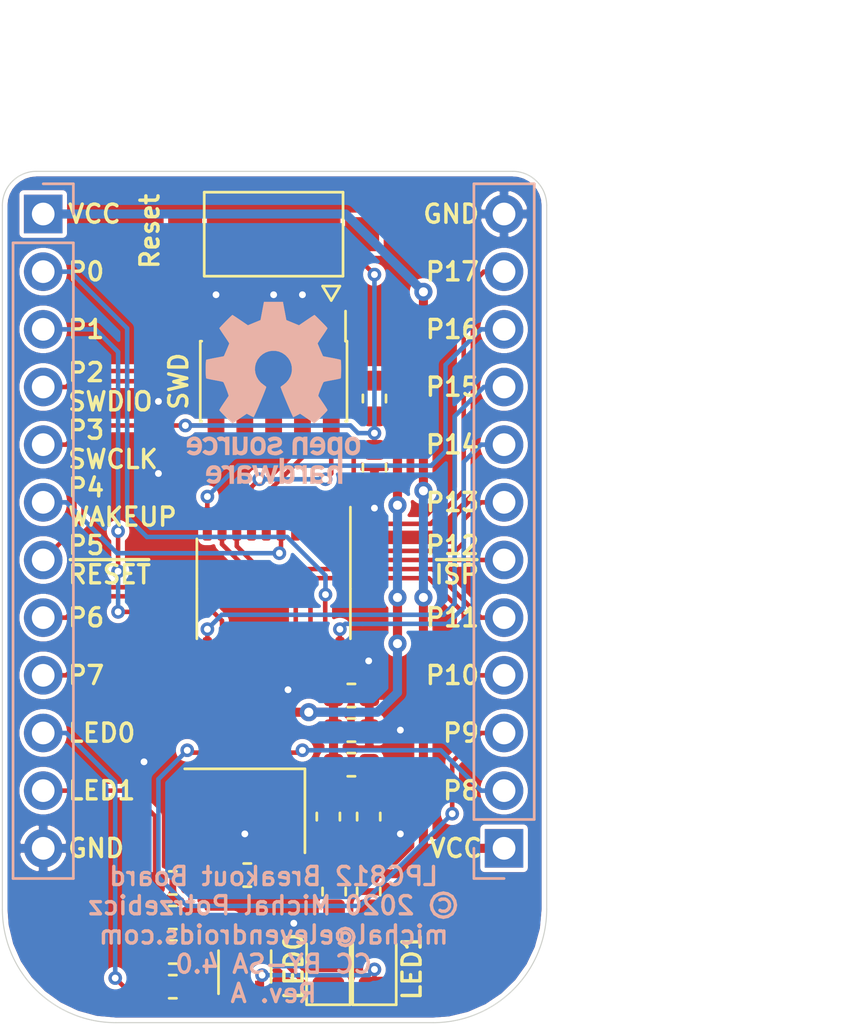
<source format=kicad_pcb>
(kicad_pcb (version 20171130) (host pcbnew 5.1.7)
  (title_block (title "LPC812 Breakout Board") (date 2020-09-15) (rev A) (comment 1 "Universal breakout board for LPC812 MCUs") (comment 3 "Michal Potrzebicz <michal@elevendroids.com>") (comment 4 "License: CC BY-SA 4.0"))
  (layers (0 F.Cu signal) (31 B.Cu signal) (34 B.Paste user) (35 F.Paste user) (36 B.SilkS user) (37 F.SilkS user) (38 B.Mask user) (39 F.Mask user) (44 Edge.Cuts user))
  (net 0 "")
  (net 1 GND)
  (net 2 /XTALIN)
  (net 3 /XTALOUT)
  (net 4 VCC)
  (net 5 /~RESET)
  (net 6 "Net-(J1-Pad8)")
  (net 7 "Net-(J1-Pad7)")
  (net 8 "Net-(J1-Pad6)")
  (net 9 /P7)
  (net 10 /P6)
  (net 11 /P4)
  (net 12 /P3_SWCLK)
  (net 13 /P2_SWDIO)
  (net 14 /P1)
  (net 15 /P0)
  (net 16 /P17)
  (net 17 /P16)
  (net 18 /P15)
  (net 19 /P14)
  (net 20 /P13)
  (net 21 /P12)
  (net 22 /P11)
  (net 23 /P10)
  (net 24 /P9)
  (net 25 /P8)
  (net 26 /P8_XTALIN)
  (net 27 /P9_XTALOUT)
  (net 28 VDD)
  (net 29 "Net-(D1-Pad2)")
  (net 30 "Net-(D1-Pad1)")
  (net 31 "Net-(D2-Pad2)")
  (net 32 "Net-(D2-Pad1)")
  (net 33 /LED1)
  (net 34 /LED0)
  (net 35 "Net-(Q1-Pad2)")
  (net 36 "Net-(Q1-Pad5)")
  (module Capacitor_SMD:C_0603_1608Metric (layer F.Cu) (at 141.351 107.823 270)
    (fp_text reference C6 hide)
    (fp_text value 1u hide)
    (pad 2 smd roundrect (at 0.7875 0 270) (size 0.875 0.95) (layers F.Cu F.Paste F.Mask) (net 1 GND))
    (pad 1 smd roundrect (at -0.7875 0 270) (size 0.875 0.95) (layers F.Cu F.Paste F.Mask) (net 4 VCC))
  )
  (module Crystal:Crystal_SMD_5032-4Pin_5.0x3.2mm (layer F.Cu) (at 135.89 107.569 180)
    (fp_text reference Y1 hide)
    (fp_text value 8MHz hide)
    (pad 4 smd rect (at -1.65 -1 180) (size 1.6 1.3) (layers F.Cu F.Paste F.Mask) (net 1 GND))
    (pad 3 smd rect (at 1.65 -1 180) (size 1.6 1.3) (layers F.Cu F.Paste F.Mask) (net 3 /XTALOUT))
    (pad 2 smd rect (at 1.65 1 180) (size 1.6 1.3) (layers F.Cu F.Paste F.Mask) (net 1 GND))
    (pad 1 smd rect (at -1.65 1 180) (size 1.6 1.3) (layers F.Cu F.Paste F.Mask) (net 2 /XTALIN))
  )
  (module Symbol:OSHW-Logo_7.5x8mm_SilkScreen (layer B.Cu) (at 137.16 89.154 180)
    (fp_text reference REF** hide)
    (fp_text value OSHW-Logo_7.5x8mm_SilkScreen hide)
  )
  (module Button_Switch_SMD:SW_SPST_CK_RS282G05A3 (layer F.Cu) (at 137.16 82.169)
    (fp_text reference SW1 hide)
    (fp_text value Reset hide)
    (pad 2 smd rect (at 3.9 0) (size 1.5 1.5) (layers F.Cu F.Paste F.Mask) (net 5 /~RESET))
    (pad 1 smd rect (at -3.9 0) (size 1.5 1.5) (layers F.Cu F.Paste F.Mask) (net 1 GND))
  )
  (module Resistor_SMD:R_0603_1608Metric (layer F.Cu) (at 141.605 89.408 270)
    (fp_text reference R11 hide)
    (fp_text value 100k hide)
    (pad 2 smd roundrect (at 0.7875 0 270) (size 0.875 0.95) (layers F.Cu F.Paste F.Mask) (net 5 /~RESET))
    (pad 1 smd roundrect (at -0.7875 0 270) (size 0.875 0.95) (layers F.Cu F.Paste F.Mask) (net 28 VDD))
  )
  (module Capacitor_SMD:C_0603_1608Metric (layer F.Cu) (at 141.605 92.456 270)
    (fp_text reference C5 hide)
    (fp_text value 100n hide)
    (pad 2 smd roundrect (at 0.7875 0 270) (size 0.875 0.95) (layers F.Cu F.Paste F.Mask) (net 1 GND))
    (pad 1 smd roundrect (at -0.7875 0 270) (size 0.875 0.95) (layers F.Cu F.Paste F.Mask) (net 5 /~RESET))
  )
  (module Resistor_SMD:R_0402_1005Metric (layer F.Cu) (at 135.382 104.521 90)
    (fp_text reference R4 hide)
    (fp_text value 0R hide)
    (pad 2 smd roundrect (at 0.485 0 90) (size 0.59 0.64) (layers F.Cu F.Paste F.Mask) (net 27 /P9_XTALOUT))
    (pad 1 smd roundrect (at -0.485 0 90) (size 0.59 0.64) (layers F.Cu F.Paste F.Mask) (net 3 /XTALOUT))
  )
  (module Resistor_SMD:R_0402_1005Metric (layer F.Cu) (at 134.366 104.521 90)
    (fp_text reference R3 hide)
    (fp_text value 0R hide)
    (pad 2 smd roundrect (at 0.485 0 90) (size 0.59 0.64) (layers F.Cu F.Paste F.Mask) (net 27 /P9_XTALOUT))
    (pad 1 smd roundrect (at -0.485 0 90) (size 0.59 0.64) (layers F.Cu F.Paste F.Mask) (net 24 /P9))
  )
  (module Resistor_SMD:R_0402_1005Metric (layer F.Cu) (at 136.398 104.521 90)
    (fp_text reference R2 hide)
    (fp_text value 0R hide)
    (pad 2 smd roundrect (at 0.485 0 90) (size 0.59 0.64) (layers F.Cu F.Paste F.Mask) (net 26 /P8_XTALIN))
    (pad 1 smd roundrect (at -0.485 0 90) (size 0.59 0.64) (layers F.Cu F.Paste F.Mask) (net 2 /XTALIN))
  )
  (module Resistor_SMD:R_0402_1005Metric (layer F.Cu) (at 137.414 104.521 90)
    (fp_text reference R1 hide)
    (fp_text value 0R hide)
    (pad 2 smd roundrect (at 0.485 0 90) (size 0.59 0.64) (layers F.Cu F.Paste F.Mask) (net 26 /P8_XTALIN))
    (pad 1 smd roundrect (at -0.485 0 90) (size 0.59 0.64) (layers F.Cu F.Paste F.Mask) (net 25 /P8))
  )
  (module Resistor_SMD:R_0603_1608Metric (layer F.Cu) (at 141.351 111.125 270)
    (fp_text reference R10 hide)
    (fp_text value 330R hide)
    (pad 2 smd roundrect (at 0.7875 0 270) (size 0.875 0.95) (layers F.Cu F.Paste F.Mask) (net 31 "Net-(D2-Pad2)"))
    (pad 1 smd roundrect (at -0.7875 0 270) (size 0.875 0.95) (layers F.Cu F.Paste F.Mask) (net 4 VCC))
  )
  (module Resistor_SMD:R_0603_1608Metric (layer F.Cu) (at 132.715 112.268 180)
    (fp_text reference R9 hide)
    (fp_text value 100k hide)
    (pad 2 smd roundrect (at 0.7875 0 180) (size 0.875 0.95) (layers F.Cu F.Paste F.Mask) (net 1 GND))
    (pad 1 smd roundrect (at -0.7875 0 180) (size 0.875 0.95) (layers F.Cu F.Paste F.Mask) (net 36 "Net-(Q1-Pad5)"))
  )
  (module Resistor_SMD:R_0603_1608Metric (layer F.Cu) (at 132.715 110.744 180)
    (fp_text reference R8 hide)
    (fp_text value 47k hide)
    (pad 2 smd roundrect (at 0.7875 0 180) (size 0.875 0.95) (layers F.Cu F.Paste F.Mask) (net 33 /LED1))
    (pad 1 smd roundrect (at -0.7875 0 180) (size 0.875 0.95) (layers F.Cu F.Paste F.Mask) (net 36 "Net-(Q1-Pad5)"))
  )
  (module Resistor_SMD:R_0603_1608Metric (layer F.Cu) (at 139.827 111.125 270)
    (fp_text reference R7 hide)
    (fp_text value 330R hide)
    (pad 2 smd roundrect (at 0.7875 0 270) (size 0.875 0.95) (layers F.Cu F.Paste F.Mask) (net 29 "Net-(D1-Pad2)"))
    (pad 1 smd roundrect (at -0.7875 0 270) (size 0.875 0.95) (layers F.Cu F.Paste F.Mask) (net 4 VCC))
  )
  (module Resistor_SMD:R_0603_1608Metric (layer F.Cu) (at 132.715 113.792 180)
    (fp_text reference R6 hide)
    (fp_text value 100k hide)
    (pad 2 smd roundrect (at 0.7875 0 180) (size 0.875 0.95) (layers F.Cu F.Paste F.Mask) (net 1 GND))
    (pad 1 smd roundrect (at -0.7875 0 180) (size 0.875 0.95) (layers F.Cu F.Paste F.Mask) (net 35 "Net-(Q1-Pad2)"))
  )
  (module Resistor_SMD:R_0603_1608Metric (layer F.Cu) (at 132.715 115.316 180)
    (fp_text reference R5 hide)
    (fp_text value 47k hide)
    (pad 2 smd roundrect (at 0.7875 0 180) (size 0.875 0.95) (layers F.Cu F.Paste F.Mask) (net 34 /LED0))
    (pad 1 smd roundrect (at -0.7875 0 180) (size 0.875 0.95) (layers F.Cu F.Paste F.Mask) (net 35 "Net-(Q1-Pad2)"))
  )
  (module Package_TO_SOT_SMD:SOT-363_SC-70-6 (layer F.Cu) (at 135.89 114.427 90)
    (fp_text reference Q1 hide)
    (fp_text value BC847BDW1 hide)
    (pad 6 smd rect (at 0.95 -0.65 90) (size 0.65 0.4) (layers F.Cu F.Paste F.Mask) (net 30 "Net-(D1-Pad1)"))
    (pad 4 smd rect (at 0.95 0.65 90) (size 0.65 0.4) (layers F.Cu F.Paste F.Mask) (net 1 GND))
    (pad 2 smd rect (at -0.95 0 90) (size 0.65 0.4) (layers F.Cu F.Paste F.Mask) (net 35 "Net-(Q1-Pad2)"))
    (pad 5 smd rect (at 0.95 0 90) (size 0.65 0.4) (layers F.Cu F.Paste F.Mask) (net 36 "Net-(Q1-Pad5)"))
    (pad 3 smd rect (at -0.95 0.65 90) (size 0.65 0.4) (layers F.Cu F.Paste F.Mask) (net 32 "Net-(D2-Pad1)"))
    (pad 1 smd rect (at -0.95 -0.65 90) (size 0.65 0.4) (layers F.Cu F.Paste F.Mask) (net 1 GND))
  )
  (module LED_SMD:LED_0805_2012Metric (layer F.Cu) (at 141.605 114.427 90)
    (fp_text reference D2 hide)
    (fp_text value LED1 (at 0 1.65 90) (layer F.SilkS) (effects (font (size 0.8 0.8))))
    (pad 2 smd roundrect (at 0.9375 0 90) (size 0.975 1.4) (layers F.Cu F.Paste F.Mask) (net 31 "Net-(D2-Pad2)"))
    (pad 1 smd roundrect (at -0.9375 0 90) (size 0.975 1.4) (layers F.Cu F.Paste F.Mask) (net 32 "Net-(D2-Pad1)"))
  )
  (module LED_SMD:LED_0805_2012Metric (layer F.Cu) (at 139.573 114.427 90)
    (fp_text reference D1 hide)
    (fp_text value LED0 (at 0 -1.524 90) (layer F.SilkS) (effects (font (size 0.8 0.8))))
    (pad 2 smd roundrect (at 0.9375 0 90) (size 0.975 1.4) (layers F.Cu F.Paste F.Mask) (net 29 "Net-(D1-Pad2)"))
    (pad 1 smd roundrect (at -0.9375 0 90) (size 0.975 1.4) (layers F.Cu F.Paste F.Mask) (net 30 "Net-(D1-Pad1)"))
  )
  (module Package_SO:TSSOP-20_4.4x6.5mm_P0.65mm (layer F.Cu) (at 137.16 97.79 270)
    (fp_text reference U1 hide)
    (fp_text value LPC812M101JDH20 hide)
    (pad 20 smd roundrect (at 2.8625 -2.925 270) (size 1.475 0.4) (layers F.Cu F.Paste F.Mask) (net 19 /P14))
    (pad 19 smd roundrect (at 2.8625 -2.275 270) (size 1.475 0.4) (layers F.Cu F.Paste F.Mask) (net 15 /P0))
    (pad 18 smd roundrect (at 2.8625 -1.625 270) (size 1.475 0.4) (layers F.Cu F.Paste F.Mask) (net 10 /P6))
    (pad 17 smd roundrect (at 2.8625 -0.975 270) (size 1.475 0.4) (layers F.Cu F.Paste F.Mask) (net 9 /P7))
    (pad 16 smd roundrect (at 2.8625 -0.325 270) (size 1.475 0.4) (layers F.Cu F.Paste F.Mask) (net 1 GND))
    (pad 15 smd roundrect (at 2.8625 0.325 270) (size 1.475 0.4) (layers F.Cu F.Paste F.Mask) (net 28 VDD))
    (pad 14 smd roundrect (at 2.8625 0.975 270) (size 1.475 0.4) (layers F.Cu F.Paste F.Mask) (net 26 /P8_XTALIN))
    (pad 13 smd roundrect (at 2.8625 1.625 270) (size 1.475 0.4) (layers F.Cu F.Paste F.Mask) (net 27 /P9_XTALOUT))
    (pad 12 smd roundrect (at 2.8625 2.275 270) (size 1.475 0.4) (layers F.Cu F.Paste F.Mask) (net 14 /P1))
    (pad 11 smd roundrect (at 2.8625 2.925 270) (size 1.475 0.4) (layers F.Cu F.Paste F.Mask) (net 18 /P15))
    (pad 10 smd roundrect (at -2.8625 2.925 270) (size 1.475 0.4) (layers F.Cu F.Paste F.Mask) (net 17 /P16))
    (pad 9 smd roundrect (at -2.8625 2.275 270) (size 1.475 0.4) (layers F.Cu F.Paste F.Mask) (net 23 /P10))
    (pad 8 smd roundrect (at -2.8625 1.625 270) (size 1.475 0.4) (layers F.Cu F.Paste F.Mask) (net 22 /P11))
    (pad 7 smd roundrect (at -2.8625 0.975 270) (size 1.475 0.4) (layers F.Cu F.Paste F.Mask) (net 13 /P2_SWDIO))
    (pad 6 smd roundrect (at -2.8625 0.325 270) (size 1.475 0.4) (layers F.Cu F.Paste F.Mask) (net 12 /P3_SWCLK))
    (pad 5 smd roundrect (at -2.8625 -0.325 270) (size 1.475 0.4) (layers F.Cu F.Paste F.Mask) (net 11 /P4))
    (pad 4 smd roundrect (at -2.8625 -0.975 270) (size 1.475 0.4) (layers F.Cu F.Paste F.Mask) (net 5 /~RESET))
    (pad 3 smd roundrect (at -2.8625 -1.625 270) (size 1.475 0.4) (layers F.Cu F.Paste F.Mask) (net 21 /P12))
    (pad 2 smd roundrect (at -2.8625 -2.275 270) (size 1.475 0.4) (layers F.Cu F.Paste F.Mask) (net 20 /P13))
    (pad 1 smd roundrect (at -2.8625 -2.925 270) (size 1.475 0.4) (layers F.Cu F.Paste F.Mask) (net 16 /P17))
  )
  (module Connector_PinHeader_2.54mm:PinHeader_1x12_P2.54mm_Vertical (layer B.Cu) (at 147.32 109.22)
    (fp_text reference J3 hide)
    (fp_text value Right hide)
    (pad 12 thru_hole oval (at 0 -27.94) (size 1.7 1.7) (drill 1) (layers *.Cu *.Mask) (net 1 GND))
    (pad 11 thru_hole oval (at 0 -25.4) (size 1.7 1.7) (drill 1) (layers *.Cu *.Mask) (net 16 /P17))
    (pad 10 thru_hole oval (at 0 -22.86) (size 1.7 1.7) (drill 1) (layers *.Cu *.Mask) (net 17 /P16))
    (pad 9 thru_hole oval (at 0 -20.32) (size 1.7 1.7) (drill 1) (layers *.Cu *.Mask) (net 18 /P15))
    (pad 8 thru_hole oval (at 0 -17.78) (size 1.7 1.7) (drill 1) (layers *.Cu *.Mask) (net 19 /P14))
    (pad 7 thru_hole oval (at 0 -15.24) (size 1.7 1.7) (drill 1) (layers *.Cu *.Mask) (net 20 /P13))
    (pad 6 thru_hole oval (at 0 -12.7) (size 1.7 1.7) (drill 1) (layers *.Cu *.Mask) (net 21 /P12))
    (pad 5 thru_hole oval (at 0 -10.16) (size 1.7 1.7) (drill 1) (layers *.Cu *.Mask) (net 22 /P11))
    (pad 4 thru_hole oval (at 0 -7.62) (size 1.7 1.7) (drill 1) (layers *.Cu *.Mask) (net 23 /P10))
    (pad 3 thru_hole oval (at 0 -5.08) (size 1.7 1.7) (drill 1) (layers *.Cu *.Mask) (net 24 /P9))
    (pad 2 thru_hole oval (at 0 -2.54) (size 1.7 1.7) (drill 1) (layers *.Cu *.Mask) (net 25 /P8))
    (pad 1 thru_hole rect (at 0 0) (size 1.7 1.7) (drill 1) (layers *.Cu *.Mask) (net 4 VCC))
  )
  (module Connector_PinHeader_2.54mm:PinHeader_1x12_P2.54mm_Vertical (layer B.Cu) (at 127 81.28 180)
    (fp_text reference J2 hide)
    (fp_text value Left hide)
    (pad 12 thru_hole oval (at 0 -27.94 180) (size 1.7 1.7) (drill 1) (layers *.Cu *.Mask) (net 1 GND))
    (pad 11 thru_hole oval (at 0 -25.4 180) (size 1.7 1.7) (drill 1) (layers *.Cu *.Mask) (net 33 /LED1))
    (pad 10 thru_hole oval (at 0 -22.86 180) (size 1.7 1.7) (drill 1) (layers *.Cu *.Mask) (net 34 /LED0))
    (pad 9 thru_hole oval (at 0 -20.32 180) (size 1.7 1.7) (drill 1) (layers *.Cu *.Mask) (net 9 /P7))
    (pad 8 thru_hole oval (at 0 -17.78 180) (size 1.7 1.7) (drill 1) (layers *.Cu *.Mask) (net 10 /P6))
    (pad 7 thru_hole oval (at 0 -15.24 180) (size 1.7 1.7) (drill 1) (layers *.Cu *.Mask) (net 5 /~RESET))
    (pad 6 thru_hole oval (at 0 -12.7 180) (size 1.7 1.7) (drill 1) (layers *.Cu *.Mask) (net 11 /P4))
    (pad 5 thru_hole oval (at 0 -10.16 180) (size 1.7 1.7) (drill 1) (layers *.Cu *.Mask) (net 12 /P3_SWCLK))
    (pad 4 thru_hole oval (at 0 -7.62 180) (size 1.7 1.7) (drill 1) (layers *.Cu *.Mask) (net 13 /P2_SWDIO))
    (pad 3 thru_hole oval (at 0 -5.08 180) (size 1.7 1.7) (drill 1) (layers *.Cu *.Mask) (net 14 /P1))
    (pad 2 thru_hole oval (at 0 -2.54 180) (size 1.7 1.7) (drill 1) (layers *.Cu *.Mask) (net 15 /P0))
    (pad 1 thru_hole rect (at 0 0 180) (size 1.7 1.7) (drill 1) (layers *.Cu *.Mask) (net 4 VCC))
  )
  (module Connector_PinHeader_1.27mm:PinHeader_2x05_P1.27mm_Vertical_SMD (layer F.Cu) (at 137.16 88.646 270)
    (fp_text reference J1 hide)
    (fp_text value SWD hide)
    (pad 10 smd rect (at 1.95 2.54 270) (size 2.4 0.74) (layers F.Cu F.Paste F.Mask) (net 5 /~RESET))
    (pad 9 smd rect (at -1.95 2.54 270) (size 2.4 0.74) (layers F.Cu F.Paste F.Mask) (net 1 GND))
    (pad 8 smd rect (at 1.95 1.27 270) (size 2.4 0.74) (layers F.Cu F.Paste F.Mask) (net 6 "Net-(J1-Pad8)"))
    (pad 7 smd rect (at -1.95 1.27 270) (size 2.4 0.74) (layers F.Cu F.Paste F.Mask) (net 7 "Net-(J1-Pad7)"))
    (pad 6 smd rect (at 1.95 0 270) (size 2.4 0.74) (layers F.Cu F.Paste F.Mask) (net 8 "Net-(J1-Pad6)"))
    (pad 5 smd rect (at -1.95 0 270) (size 2.4 0.74) (layers F.Cu F.Paste F.Mask) (net 1 GND))
    (pad 4 smd rect (at 1.95 -1.27 270) (size 2.4 0.74) (layers F.Cu F.Paste F.Mask) (net 12 /P3_SWCLK))
    (pad 3 smd rect (at -1.95 -1.27 270) (size 2.4 0.74) (layers F.Cu F.Paste F.Mask) (net 1 GND))
    (pad 2 smd rect (at 1.95 -2.54 270) (size 2.4 0.74) (layers F.Cu F.Paste F.Mask) (net 13 /P2_SWDIO))
    (pad 1 smd rect (at -1.95 -2.54 270) (size 2.4 0.74) (layers F.Cu F.Paste F.Mask) (net 28 VDD))
  )
  (module Inductor_SMD:L_0603_1608Metric (layer F.Cu) (at 140.589 105.537)
    (fp_text reference FB1 hide)
    (fp_text value 220R/100MHz hide)
    (pad 2 smd roundrect (at 0.7875 0) (size 0.875 0.95) (layers F.Cu F.Paste F.Mask) (net 4 VCC))
    (pad 1 smd roundrect (at -0.7875 0) (size 0.875 0.95) (layers F.Cu F.Paste F.Mask) (net 28 VDD))
  )
  (module Capacitor_SMD:C_0603_1608Metric (layer F.Cu) (at 140.589 102.489)
    (fp_text reference C4 hide)
    (fp_text value 10n hide)
    (pad 2 smd roundrect (at 0.7875 0) (size 0.875 0.95) (layers F.Cu F.Paste F.Mask) (net 1 GND))
    (pad 1 smd roundrect (at -0.7875 0) (size 0.875 0.95) (layers F.Cu F.Paste F.Mask) (net 28 VDD))
  )
  (module Capacitor_SMD:C_0603_1608Metric (layer F.Cu) (at 140.589 104.013)
    (fp_text reference C3 hide)
    (fp_text value 100n hide)
    (pad 2 smd roundrect (at 0.7875 0) (size 0.875 0.95) (layers F.Cu F.Paste F.Mask) (net 1 GND))
    (pad 1 smd roundrect (at -0.7875 0) (size 0.875 0.95) (layers F.Cu F.Paste F.Mask) (net 28 VDD))
  )
  (module Capacitor_SMD:C_0603_1608Metric (layer F.Cu) (at 136 110.4)
    (fp_text reference C2 hide)
    (fp_text value 18p hide)
    (pad 2 smd roundrect (at 0.7875 0) (size 0.875 0.95) (layers F.Cu F.Paste F.Mask) (net 1 GND))
    (pad 1 smd roundrect (at -0.7875 0) (size 0.875 0.95) (layers F.Cu F.Paste F.Mask) (net 3 /XTALOUT))
  )
  (module Capacitor_SMD:C_0603_1608Metric (layer F.Cu) (at 139.573 107.823 270)
    (fp_text reference C1 hide)
    (fp_text value 18p hide)
    (pad 2 smd roundrect (at 0.7875 0 270) (size 0.875 0.95) (layers F.Cu F.Paste F.Mask) (net 1 GND))
    (pad 1 smd roundrect (at -0.7875 0 270) (size 0.875 0.95) (layers F.Cu F.Paste F.Mask) (net 2 /XTALIN))
  )
  (gr_text "LPC812 Breakout Board\n© 2020 Michal Potrzebicz\nmichal@elevendroids.com\nCC BY-SA 4.0\nRev. A" (at 137.16 113.03) (layer B.SilkS) (effects (font (size 0.8 0.8)) (justify mirror)))
  (gr_arc (start 147.7 80.9) (end 149.2 80.9) (angle -90) (layer Edge.Cuts) (width 0.05))
  (gr_arc (start 126.7 80.9) (end 126.7 79.4) (angle -90) (layer Edge.Cuts) (width 0.05))
  (gr_arc (start 144.2 111.9) (end 144.2 116.9) (angle -90) (layer Edge.Cuts) (width 0.05))
  (gr_arc (start 130.2 111.9) (end 125.2 111.9) (angle -90) (layer Edge.Cuts) (width 0.05))
  (gr_text P17 (at 146.304 83.82) (layer F.SilkS) (effects (font (size 0.8 0.8)) (justify right)))
  (gr_text P16 (at 146.304 86.36) (layer F.SilkS) (effects (font (size 0.8 0.8)) (justify right)))
  (gr_text P15 (at 146.304 88.9) (layer F.SilkS) (effects (font (size 0.8 0.8)) (justify right)))
  (gr_text P14 (at 146.304 91.44) (layer F.SilkS) (effects (font (size 0.8 0.8)) (justify right)))
  (gr_text P13 (at 146.304 93.98) (layer F.SilkS) (effects (font (size 0.8 0.8)) (justify right)))
  (gr_text "P12\n~ISP" (at 146.304 96.52) (layer F.SilkS) (effects (font (size 0.8 0.8)) (justify right)))
  (gr_text P11 (at 146.304 99.06) (layer F.SilkS) (effects (font (size 0.8 0.8)) (justify right)))
  (gr_text P10 (at 146.304 101.6) (layer F.SilkS) (effects (font (size 0.8 0.8)) (justify right)))
  (gr_text P9 (at 146.304 104.14) (layer F.SilkS) (effects (font (size 0.8 0.8)) (justify right)))
  (gr_text P8 (at 146.304 106.68) (layer F.SilkS) (effects (font (size 0.8 0.8)) (justify right)))
  (gr_text P7 (at 128.016 101.6) (layer F.SilkS) (effects (font (size 0.8 0.8)) (justify left)))
  (gr_text P6 (at 128.016 99.06) (layer F.SilkS) (effects (font (size 0.8 0.8)) (justify left)))
  (gr_text "P5\n~RESET" (at 128.016 96.52) (layer F.SilkS) (effects (font (size 0.8 0.8)) (justify left)))
  (gr_text "P4\nWAKEUP" (at 128.016 93.98) (layer F.SilkS) (effects (font (size 0.8 0.8)) (justify left)))
  (gr_text "P3\nSWCLK" (at 128.016 91.44) (layer F.SilkS) (effects (font (size 0.8 0.8)) (justify left)))
  (gr_text "P2\nSWDIO" (at 128.016 88.9) (layer F.SilkS) (effects (font (size 0.8 0.8)) (justify left)))
  (gr_text P1 (at 128.016 86.36) (layer F.SilkS) (effects (font (size 0.8 0.8)) (justify left)))
  (gr_text P0 (at 128.016 83.82) (layer F.SilkS) (effects (font (size 0.8 0.8)) (justify left)))
  (gr_text SWD (at 132.969 88.646 90) (layer F.SilkS) (effects (font (size 0.8 0.8))))
  (gr_line (start 139.319 84.455) (end 140.081 84.455) (layer F.SilkS) (width 0.12))
  (gr_line (start 139.7 85.09) (end 140.081 84.455) (layer F.SilkS) (width 0.12))
  (gr_line (start 139.319 84.455) (end 139.7 85.09) (layer F.SilkS) (width 0.12))
  (gr_text GND (at 146.304 81.28) (layer F.SilkS) (effects (font (size 0.8 0.8)) (justify right)))
  (gr_text VCC (at 128.016 81.28) (layer F.SilkS) (effects (font (size 0.8 0.8)) (justify left)))
  (gr_text Reset (at 131.699 82.042 90) (layer F.SilkS) (effects (font (size 0.8 0.8))))
  (gr_line (start 125.2 111.9) (end 125.2 80.9) (layer Edge.Cuts) (width 0.05))
  (gr_line (start 144.2 116.9) (end 130.2 116.9) (layer Edge.Cuts) (width 0.05))
  (gr_line (start 149.2 80.9) (end 149.2 111.9) (layer Edge.Cuts) (width 0.05))
  (gr_line (start 126.7 79.4) (end 147.7 79.4) (layer Edge.Cuts) (width 0.05))
  (gr_text LED0 (at 128.016 104.14) (layer F.SilkS) (effects (font (size 0.8 0.8)) (justify left)))
  (gr_text LED1 (at 128.016 106.68) (layer F.SilkS) (effects (font (size 0.8 0.8)) (justify left)))
  (gr_text GND (at 128.016 109.22) (layer F.SilkS) (effects (font (size 0.8 0.8)) (justify left)))
  (gr_text VCC (at 146.431 109.22) (layer F.SilkS) (effects (font (size 0.8 0.8)) (justify right)))
  (segment (start 137.485 101.925) (end 137.795 102.235) (width 0.4) (layer F.Cu) (net 1))
  (via (at 137.795 102.235) (size 0.6) (drill 0.3) (layers F.Cu B.Cu) (net 1))
  (segment (start 137.485 100.6525) (end 137.485 101.925) (width 0.4) (layer F.Cu) (net 1))
  (via (at 142.748 104.013) (size 0.6) (drill 0.3) (layers F.Cu B.Cu) (net 1))
  (via (at 141.351 100.965) (size 0.6) (drill 0.3) (layers F.Cu B.Cu) (net 1))
  (via (at 131.445 105.41) (size 0.6) (drill 0.3) (layers F.Cu B.Cu) (net 1))
  (via (at 137.16 84.836) (size 0.6) (drill 0.3) (layers F.Cu B.Cu) (net 1))
  (via (at 138.43 84.836) (size 0.6) (drill 0.3) (layers F.Cu B.Cu) (net 1))
  (via (at 134.62 84.836) (size 0.6) (drill 0.3) (layers F.Cu B.Cu) (net 1))
  (via (at 135.89 108.585) (size 0.6) (drill 0.3) (layers F.Cu B.Cu) (net 1))
  (via (at 142.748 108.585) (size 0.6) (drill 0.3) (layers F.Cu B.Cu) (net 1))
  (via (at 138.049 112.522) (size 0.6) (drill 0.3) (layers F.Cu B.Cu) (net 1))
  (via (at 132.08 89.535) (size 0.6) (drill 0.3) (layers F.Cu B.Cu) (net 1))
  (via (at 132.08 92.71) (size 0.6) (drill 0.3) (layers F.Cu B.Cu) (net 1))
  (via (at 141.605 94.234) (size 0.6) (drill 0.3) (layers F.Cu B.Cu) (net 1))
  (segment (start 136.398 105.006) (end 136.398 106.299) (width 0.2) (layer F.Cu) (net 2))
  (segment (start 136.668 106.569) (end 137.54 106.569) (width 0.2) (layer F.Cu) (net 2))
  (segment (start 136.398 106.299) (end 136.668 106.569) (width 0.2) (layer F.Cu) (net 2))
  (segment (start 138.0065 107.0355) (end 137.54 106.569) (width 0.2) (layer F.Cu) (net 2))
  (segment (start 139.573 107.0355) (end 138.0065 107.0355) (width 0.2) (layer F.Cu) (net 2))
  (segment (start 135.382 107.427) (end 134.24 108.569) (width 0.2) (layer F.Cu) (net 3))
  (segment (start 135.382 105.006) (end 135.382 107.427) (width 0.2) (layer F.Cu) (net 3))
  (segment (start 135.2125 109.5415) (end 134.24 108.569) (width 0.2) (layer F.Cu) (net 3))
  (segment (start 135.2125 110.4) (end 135.2125 109.5415) (width 0.2) (layer F.Cu) (net 3))
  (via (at 143.764 98.171) (size 0.8) (drill 0.4) (layers F.Cu B.Cu) (net 4))
  (segment (start 143.764 98.171) (end 143.764 93.472) (width 0.4) (layer B.Cu) (net 4))
  (via (at 143.764 93.472) (size 0.8) (drill 0.4) (layers F.Cu B.Cu) (net 4))
  (segment (start 143.764 93.472) (end 143.764 84.709) (width 0.4) (layer F.Cu) (net 4))
  (segment (start 140.335 81.28) (end 127 81.28) (width 0.4) (layer B.Cu) (net 4))
  (segment (start 143.764 84.709) (end 140.335 81.28) (width 0.4) (layer B.Cu) (net 4))
  (via (at 143.764 84.709) (size 0.8) (drill 0.4) (layers F.Cu B.Cu) (net 4))
  (segment (start 143.764 101.854) (end 143.764 105.537) (width 0.4) (layer F.Cu) (net 4))
  (segment (start 143.764 98.171) (end 143.764 101.854) (width 0.4) (layer F.Cu) (net 4))
  (segment (start 143.764 109.347) (end 142.7735 110.3375) (width 0.4) (layer F.Cu) (net 4))
  (segment (start 143.891 109.22) (end 143.764 109.093) (width 0.4) (layer F.Cu) (net 4))
  (segment (start 147.32 109.22) (end 143.891 109.22) (width 0.4) (layer F.Cu) (net 4))
  (segment (start 143.764 109.093) (end 143.764 109.347) (width 0.4) (layer F.Cu) (net 4))
  (segment (start 141.351 105.5625) (end 141.3765 105.537) (width 0.4) (layer F.Cu) (net 4))
  (segment (start 141.351 107.0355) (end 141.351 105.5625) (width 0.4) (layer F.Cu) (net 4))
  (segment (start 143.7385 107.0355) (end 143.764 107.061) (width 0.4) (layer F.Cu) (net 4))
  (segment (start 141.351 107.0355) (end 143.7385 107.0355) (width 0.4) (layer F.Cu) (net 4))
  (segment (start 143.764 107.061) (end 143.764 109.093) (width 0.4) (layer F.Cu) (net 4))
  (segment (start 143.764 105.537) (end 143.764 107.061) (width 0.4) (layer F.Cu) (net 4))
  (segment (start 142.7735 110.3375) (end 141.351 110.3375) (width 0.4) (layer F.Cu) (net 4))
  (segment (start 139.827 110.3375) (end 141.351 110.3375) (width 0.4) (layer F.Cu) (net 4))
  (segment (start 140.6905 93.2435) (end 140.335 93.599) (width 0.2) (layer F.Cu) (net 5))
  (segment (start 128.778 94.742) (end 128.778 91.694) (width 0.2) (layer F.Cu) (net 5))
  (segment (start 127 96.52) (end 128.778 94.742) (width 0.2) (layer F.Cu) (net 5))
  (segment (start 129.876 90.596) (end 128.778 91.694) (width 0.2) (layer F.Cu) (net 5))
  (via (at 133.268 90.596) (size 0.6) (drill 0.3) (layers F.Cu B.Cu) (net 5))
  (segment (start 133.268 90.596) (end 129.876 90.596) (width 0.2) (layer F.Cu) (net 5))
  (segment (start 134.62 90.596) (end 133.268 90.596) (width 0.2) (layer F.Cu) (net 5))
  (segment (start 140.6905 93.2435) (end 140.6905 91.9735) (width 0.2) (layer F.Cu) (net 5))
  (segment (start 140.9955 91.6685) (end 141.605 91.6685) (width 0.2) (layer F.Cu) (net 5))
  (segment (start 140.6905 91.9735) (end 140.9955 91.6685) (width 0.2) (layer F.Cu) (net 5))
  (via (at 141.605 90.932) (size 0.6) (drill 0.3) (layers F.Cu B.Cu) (net 5))
  (segment (start 141.605 90.932) (end 141.605 91.6685) (width 0.2) (layer F.Cu) (net 5))
  (segment (start 141.605 90.1955) (end 141.605 90.932) (width 0.2) (layer F.Cu) (net 5))
  (segment (start 140.335 93.599) (end 138.43 93.599) (width 0.2) (layer F.Cu) (net 5))
  (segment (start 138.135 93.894) (end 138.135 94.9275) (width 0.2) (layer F.Cu) (net 5))
  (segment (start 138.43 93.599) (end 138.135 93.894) (width 0.2) (layer F.Cu) (net 5))
  (segment (start 133.268 90.596) (end 140.544 90.596) (width 0.2) (layer B.Cu) (net 5))
  (via (at 141.605 83.947) (size 0.6) (drill 0.3) (layers F.Cu B.Cu) (net 5))
  (segment (start 141.605 90.932) (end 141.605 83.947) (width 0.2) (layer B.Cu) (net 5))
  (segment (start 141.06 83.402) (end 141.605 83.947) (width 0.2) (layer F.Cu) (net 5))
  (segment (start 141.06 82.169) (end 141.06 83.402) (width 0.2) (layer F.Cu) (net 5))
  (segment (start 140.88 90.932) (end 140.544 90.596) (width 0.2) (layer B.Cu) (net 5))
  (segment (start 141.605 90.932) (end 140.88 90.932) (width 0.2) (layer B.Cu) (net 5))
  (segment (start 138.135 100.6525) (end 138.135 98.46004) (width 0.2) (layer F.Cu) (net 9))
  (segment (start 138.135 98.46004) (end 137.795 98.12004) (width 0.2) (layer F.Cu) (net 9))
  (segment (start 137.795 98.12004) (end 129.521658 98.12004) (width 0.2) (layer F.Cu) (net 9))
  (segment (start 129.521658 98.12004) (end 128.778 98.863698) (width 0.2) (layer F.Cu) (net 9))
  (segment (start 128.778 98.863698) (end 128.778 100.838) (width 0.2) (layer F.Cu) (net 9))
  (segment (start 128.016 101.6) (end 127 101.6) (width 0.2) (layer F.Cu) (net 9))
  (segment (start 128.778 100.838) (end 128.016 101.6) (width 0.2) (layer F.Cu) (net 9))
  (segment (start 138.785 100.6525) (end 138.785 98.32903) (width 0.2) (layer F.Cu) (net 10))
  (segment (start 138.785 98.32903) (end 138.176 97.72003) (width 0.2) (layer F.Cu) (net 10))
  (segment (start 138.176 97.72003) (end 129.35597 97.72003) (width 0.2) (layer F.Cu) (net 10))
  (segment (start 128.016 99.06) (end 127 99.06) (width 0.2) (layer F.Cu) (net 10))
  (segment (start 129.35597 97.72003) (end 128.016 99.06) (width 0.2) (layer F.Cu) (net 10))
  (via (at 137.414 96.22001) (size 0.6) (drill 0.3) (layers F.Cu B.Cu) (net 11))
  (segment (start 137.485 96.14901) (end 137.414 96.22001) (width 0.2) (layer F.Cu) (net 11))
  (segment (start 137.485 94.9275) (end 137.485 96.14901) (width 0.2) (layer F.Cu) (net 11))
  (segment (start 137.414 96.22001) (end 130.25601 96.22001) (width 0.2) (layer B.Cu) (net 11))
  (segment (start 128.016 93.98) (end 127 93.98) (width 0.2) (layer B.Cu) (net 11))
  (segment (start 130.25601 96.22001) (end 128.016 93.98) (width 0.2) (layer B.Cu) (net 11))
  (segment (start 136.835 93.591) (end 136.835 94.9275) (width 0.2) (layer F.Cu) (net 12))
  (segment (start 138.43 91.996) (end 136.835 93.591) (width 0.2) (layer F.Cu) (net 12))
  (segment (start 138.43 90.596) (end 138.43 91.996) (width 0.2) (layer F.Cu) (net 12))
  (segment (start 128.27 91.186) (end 128.016 91.44) (width 0.2) (layer F.Cu) (net 12))
  (segment (start 128.27 89.281) (end 128.27 91.186) (width 0.2) (layer F.Cu) (net 12))
  (segment (start 137.922 88.646) (end 128.905 88.646) (width 0.2) (layer F.Cu) (net 12))
  (segment (start 128.016 91.44) (end 127 91.44) (width 0.2) (layer F.Cu) (net 12))
  (segment (start 128.905 88.646) (end 128.27 89.281) (width 0.2) (layer F.Cu) (net 12))
  (segment (start 138.43 89.154) (end 137.922 88.646) (width 0.2) (layer F.Cu) (net 12))
  (segment (start 138.43 90.596) (end 138.43 89.154) (width 0.2) (layer F.Cu) (net 12))
  (via (at 139.446 92.964) (size 0.6) (drill 0.3) (layers F.Cu B.Cu) (net 13))
  (segment (start 139.7 92.71) (end 139.446 92.964) (width 0.2) (layer F.Cu) (net 13))
  (segment (start 139.7 90.596) (end 139.7 92.71) (width 0.2) (layer F.Cu) (net 13))
  (via (at 136.525 92.964) (size 0.6) (drill 0.3) (layers F.Cu B.Cu) (net 13))
  (segment (start 139.446 92.964) (end 136.525 92.964) (width 0.2) (layer B.Cu) (net 13))
  (segment (start 136.185 93.304) (end 136.185 94.9275) (width 0.2) (layer F.Cu) (net 13))
  (segment (start 136.525 92.964) (end 136.185 93.304) (width 0.2) (layer F.Cu) (net 13))
  (segment (start 139.7 89.154) (end 139.7 90.596) (width 0.2) (layer F.Cu) (net 13))
  (segment (start 128.719999 88.196001) (end 138.742001 88.196001) (width 0.2) (layer F.Cu) (net 13))
  (segment (start 128.016 88.9) (end 128.719999 88.196001) (width 0.2) (layer F.Cu) (net 13))
  (segment (start 138.742001 88.196001) (end 139.7 89.154) (width 0.2) (layer F.Cu) (net 13))
  (segment (start 127 88.9) (end 128.016 88.9) (width 0.2) (layer F.Cu) (net 13))
  (segment (start 129.306002 86.36) (end 130.302 87.355998) (width 0.2) (layer B.Cu) (net 14))
  (segment (start 127 86.36) (end 129.306002 86.36) (width 0.2) (layer B.Cu) (net 14))
  (via (at 130.302 95.25) (size 0.6) (drill 0.3) (layers F.Cu B.Cu) (net 14))
  (segment (start 130.302 87.355998) (end 130.302 95.25) (width 0.2) (layer B.Cu) (net 14))
  (via (at 130.302 97.02003) (size 0.6) (drill 0.3) (layers F.Cu B.Cu) (net 14))
  (segment (start 130.302 95.25) (end 130.302 97.02003) (width 0.2) (layer F.Cu) (net 14))
  (via (at 130.302 98.806) (size 0.6) (drill 0.3) (layers F.Cu B.Cu) (net 14))
  (segment (start 130.302 98.806) (end 130.302 97.02003) (width 0.2) (layer B.Cu) (net 14))
  (segment (start 130.302 98.806) (end 134.493 98.806) (width 0.2) (layer F.Cu) (net 14))
  (segment (start 134.885 99.198) (end 134.885 100.6525) (width 0.2) (layer F.Cu) (net 14))
  (segment (start 134.493 98.806) (end 134.885 99.198) (width 0.2) (layer F.Cu) (net 14))
  (segment (start 130.70201 86.319929) (end 128.202081 83.82) (width 0.2) (layer B.Cu) (net 15))
  (segment (start 130.70201 94.63401) (end 130.70201 86.319929) (width 0.2) (layer B.Cu) (net 15))
  (segment (start 137.749665 95.504) (end 131.572 95.504) (width 0.2) (layer B.Cu) (net 15))
  (segment (start 128.202081 83.82) (end 127 83.82) (width 0.2) (layer B.Cu) (net 15))
  (segment (start 131.572 95.504) (end 130.70201 94.63401) (width 0.2) (layer B.Cu) (net 15))
  (via (at 139.446 98.044) (size 0.6) (drill 0.3) (layers F.Cu B.Cu) (net 15))
  (segment (start 139.435 98.055) (end 139.446 98.044) (width 0.2) (layer F.Cu) (net 15))
  (segment (start 139.435 100.6525) (end 139.435 98.055) (width 0.2) (layer F.Cu) (net 15))
  (segment (start 139.446 97.200335) (end 137.749665 95.504) (width 0.2) (layer B.Cu) (net 15))
  (segment (start 139.446 98.044) (end 139.446 97.200335) (width 0.2) (layer B.Cu) (net 15))
  (segment (start 140.085 94.9275) (end 144.0865 94.9275) (width 0.2) (layer F.Cu) (net 16))
  (segment (start 144.0865 94.9275) (end 145.542 93.472) (width 0.2) (layer F.Cu) (net 16))
  (segment (start 145.542 93.472) (end 145.542 84.709) (width 0.2) (layer F.Cu) (net 16))
  (segment (start 146.431 83.82) (end 147.32 83.82) (width 0.2) (layer F.Cu) (net 16))
  (segment (start 145.542 84.709) (end 146.431 83.82) (width 0.2) (layer F.Cu) (net 16))
  (segment (start 144.74198 87.92202) (end 146.304 86.36) (width 0.2) (layer B.Cu) (net 17))
  (segment (start 144.74198 91.73202) (end 144.74198 87.92202) (width 0.2) (layer B.Cu) (net 17))
  (segment (start 146.304 86.36) (end 147.32 86.36) (width 0.2) (layer B.Cu) (net 17))
  (segment (start 144.110001 92.363999) (end 144.74198 91.73202) (width 0.2) (layer B.Cu) (net 17))
  (via (at 134.239 93.726) (size 0.6) (drill 0.3) (layers F.Cu B.Cu) (net 17))
  (segment (start 134.235 93.73) (end 134.239 93.726) (width 0.2) (layer F.Cu) (net 17))
  (segment (start 134.235 94.9275) (end 134.235 93.73) (width 0.2) (layer F.Cu) (net 17))
  (segment (start 135.601001 92.363999) (end 144.110001 92.363999) (width 0.2) (layer B.Cu) (net 17))
  (segment (start 134.239 93.726) (end 135.601001 92.363999) (width 0.2) (layer B.Cu) (net 17))
  (segment (start 146.431 88.9) (end 147.32 88.9) (width 0.2) (layer B.Cu) (net 18))
  (segment (start 145.14199 90.18901) (end 146.431 88.9) (width 0.2) (layer B.Cu) (net 18))
  (segment (start 145.14199 98.44401) (end 145.14199 90.18901) (width 0.2) (layer B.Cu) (net 18))
  (segment (start 144.653 98.933) (end 145.14199 98.44401) (width 0.2) (layer B.Cu) (net 18))
  (via (at 134.239 99.568) (size 0.6) (drill 0.3) (layers F.Cu B.Cu) (net 18))
  (segment (start 134.239 100.6485) (end 134.235 100.6525) (width 0.2) (layer F.Cu) (net 18))
  (segment (start 134.239 99.568) (end 134.239 100.6485) (width 0.2) (layer F.Cu) (net 18))
  (segment (start 134.874 98.933) (end 134.239 99.568) (width 0.2) (layer B.Cu) (net 18))
  (segment (start 144.653 98.933) (end 134.874 98.933) (width 0.2) (layer B.Cu) (net 18))
  (segment (start 144.818689 99.33301) (end 145.542 98.609699) (width 0.2) (layer B.Cu) (net 19))
  (segment (start 141.07799 99.33301) (end 144.818689 99.33301) (width 0.2) (layer B.Cu) (net 19))
  (segment (start 145.542 98.609699) (end 145.542 92.202) (width 0.2) (layer B.Cu) (net 19))
  (segment (start 146.304 91.44) (end 147.32 91.44) (width 0.2) (layer B.Cu) (net 19))
  (segment (start 145.542 92.202) (end 146.304 91.44) (width 0.2) (layer B.Cu) (net 19))
  (via (at 140.081 99.568) (size 0.6) (drill 0.3) (layers F.Cu B.Cu) (net 19))
  (segment (start 140.31599 99.33301) (end 140.081 99.568) (width 0.2) (layer B.Cu) (net 19))
  (segment (start 141.07799 99.33301) (end 140.31599 99.33301) (width 0.2) (layer B.Cu) (net 19))
  (segment (start 140.081 100.6485) (end 140.085 100.6525) (width 0.2) (layer F.Cu) (net 19))
  (segment (start 140.081 99.568) (end 140.081 100.6485) (width 0.2) (layer F.Cu) (net 19))
  (segment (start 139.435 95.874) (end 139.68099 96.11999) (width 0.2) (layer F.Cu) (net 20))
  (segment (start 139.435 94.9275) (end 139.435 95.874) (width 0.2) (layer F.Cu) (net 20))
  (segment (start 139.68099 96.11999) (end 145.18001 96.11999) (width 0.2) (layer F.Cu) (net 20))
  (segment (start 145.18001 96.11999) (end 145.542 95.758) (width 0.2) (layer F.Cu) (net 20))
  (segment (start 145.542 95.758) (end 145.542 94.742) (width 0.2) (layer F.Cu) (net 20))
  (segment (start 146.304 93.98) (end 147.32 93.98) (width 0.2) (layer F.Cu) (net 20))
  (segment (start 145.542 94.742) (end 146.304 93.98) (width 0.2) (layer F.Cu) (net 20))
  (segment (start 147.32 96.52) (end 139.446 96.52) (width 0.2) (layer F.Cu) (net 21))
  (segment (start 138.785 95.859) (end 138.785 94.9275) (width 0.2) (layer F.Cu) (net 21))
  (segment (start 139.446 96.52) (end 138.785 95.859) (width 0.2) (layer F.Cu) (net 21))
  (segment (start 147.32 99.06) (end 146.304 99.06) (width 0.2) (layer F.Cu) (net 22))
  (segment (start 146.304 99.06) (end 144.16401 96.92001) (width 0.2) (layer F.Cu) (net 22))
  (segment (start 144.16401 96.92001) (end 136.54401 96.92001) (width 0.2) (layer F.Cu) (net 22))
  (segment (start 135.535 95.911) (end 135.535 94.9275) (width 0.2) (layer F.Cu) (net 22))
  (segment (start 136.54401 96.92001) (end 135.535 95.911) (width 0.2) (layer F.Cu) (net 22))
  (segment (start 147.32 101.6) (end 146.05 101.6) (width 0.2) (layer F.Cu) (net 23))
  (segment (start 146.05 101.6) (end 145.542 101.092) (width 0.2) (layer F.Cu) (net 23))
  (segment (start 145.542 98.863698) (end 143.998322 97.32002) (width 0.2) (layer F.Cu) (net 23))
  (segment (start 145.542 101.092) (end 145.542 98.863698) (width 0.2) (layer F.Cu) (net 23))
  (segment (start 136.378321 97.32002) (end 134.885 95.826699) (width 0.2) (layer F.Cu) (net 23))
  (segment (start 134.885 95.826699) (end 134.885 94.9275) (width 0.2) (layer F.Cu) (net 23))
  (segment (start 143.998322 97.32002) (end 136.378321 97.32002) (width 0.2) (layer F.Cu) (net 23))
  (via (at 133.35 104.902) (size 0.6) (drill 0.3) (layers F.Cu B.Cu) (net 24))
  (segment (start 133.454 105.006) (end 133.35 104.902) (width 0.2) (layer F.Cu) (net 24))
  (segment (start 134.366 105.006) (end 133.454 105.006) (width 0.2) (layer F.Cu) (net 24))
  (segment (start 132.08 106.172) (end 133.35 104.902) (width 0.2) (layer B.Cu) (net 24))
  (segment (start 132.08 110.49) (end 132.08 106.172) (width 0.2) (layer B.Cu) (net 24))
  (segment (start 133.35 111.76) (end 132.08 110.49) (width 0.2) (layer B.Cu) (net 24))
  (segment (start 140.97 111.76) (end 133.35 111.76) (width 0.2) (layer B.Cu) (net 24))
  (segment (start 145.034 107.696) (end 140.97 111.76) (width 0.2) (layer B.Cu) (net 24))
  (via (at 145.034 107.696) (size 0.6) (drill 0.3) (layers F.Cu B.Cu) (net 24))
  (segment (start 146.304 104.14) (end 147.32 104.14) (width 0.2) (layer F.Cu) (net 24))
  (segment (start 145.034 105.41) (end 146.304 104.14) (width 0.2) (layer F.Cu) (net 24))
  (segment (start 145.034 107.696) (end 145.034 105.41) (width 0.2) (layer F.Cu) (net 24))
  (via (at 138.43 104.902) (size 0.6) (drill 0.3) (layers F.Cu B.Cu) (net 25))
  (segment (start 138.326 105.006) (end 138.43 104.902) (width 0.2) (layer F.Cu) (net 25))
  (segment (start 137.414 105.006) (end 138.326 105.006) (width 0.2) (layer F.Cu) (net 25))
  (segment (start 147.32 106.68) (end 146.304 106.68) (width 0.2) (layer B.Cu) (net 25))
  (segment (start 144.526 104.902) (end 138.43 104.902) (width 0.2) (layer B.Cu) (net 25))
  (segment (start 146.304 106.68) (end 144.526 104.902) (width 0.2) (layer B.Cu) (net 25))
  (segment (start 136.185 103.823) (end 136.398 104.036) (width 0.2) (layer F.Cu) (net 26))
  (segment (start 136.185 100.6525) (end 136.185 103.823) (width 0.2) (layer F.Cu) (net 26))
  (segment (start 136.398 104.036) (end 137.414 104.036) (width 0.2) (layer F.Cu) (net 26))
  (segment (start 135.535 103.883) (end 135.382 104.036) (width 0.2) (layer F.Cu) (net 27))
  (segment (start 135.535 100.6525) (end 135.535 103.883) (width 0.2) (layer F.Cu) (net 27))
  (segment (start 135.382 104.036) (end 134.366 104.036) (width 0.2) (layer F.Cu) (net 27))
  (segment (start 139.8015 105.537) (end 139.8015 104.013) (width 0.4) (layer F.Cu) (net 28))
  (segment (start 136.835 100.6525) (end 136.835 102.672) (width 0.4) (layer F.Cu) (net 28))
  (segment (start 136.835 102.672) (end 137.3885 103.2255) (width 0.4) (layer F.Cu) (net 28))
  (segment (start 139.8015 103.2255) (end 139.8015 102.489) (width 0.4) (layer F.Cu) (net 28))
  (segment (start 137.3885 103.2255) (end 138.7095 103.2255) (width 0.4) (layer F.Cu) (net 28))
  (segment (start 139.8015 104.013) (end 139.8015 103.2255) (width 0.4) (layer F.Cu) (net 28))
  (segment (start 138.7095 103.2255) (end 139.8015 103.2255) (width 0.4) (layer F.Cu) (net 28))
  (via (at 138.7095 103.2255) (size 0.8) (drill 0.4) (layers F.Cu B.Cu) (net 28))
  (via (at 142.621 100.203) (size 0.8) (drill 0.4) (layers F.Cu B.Cu) (net 28))
  (segment (start 141.732 103.2255) (end 138.7095 103.2255) (width 0.4) (layer B.Cu) (net 28))
  (segment (start 142.621 102.362) (end 141.732 103.2255) (width 0.4) (layer B.Cu) (net 28))
  (segment (start 142.621 100.203) (end 142.621 102.362) (width 0.4) (layer B.Cu) (net 28))
  (segment (start 142.621 100.203) (end 142.621 98.171) (width 0.4) (layer F.Cu) (net 28))
  (via (at 142.621 98.171) (size 0.8) (drill 0.4) (layers F.Cu B.Cu) (net 28))
  (segment (start 142.621 98.171) (end 142.621 94.107) (width 0.4) (layer B.Cu) (net 28))
  (via (at 142.621 94.107) (size 0.8) (drill 0.4) (layers F.Cu B.Cu) (net 28))
  (segment (start 142.2145 88.6205) (end 141.605 88.6205) (width 0.4) (layer F.Cu) (net 28))
  (segment (start 142.621 89.027) (end 142.2145 88.6205) (width 0.4) (layer F.Cu) (net 28))
  (segment (start 142.621 94.107) (end 142.621 89.027) (width 0.4) (layer F.Cu) (net 28))
  (segment (start 139.7 86.696) (end 139.7 88.138) (width 0.4) (layer F.Cu) (net 28))
  (segment (start 140.1825 88.6205) (end 141.605 88.6205) (width 0.4) (layer F.Cu) (net 28))
  (segment (start 139.7 88.138) (end 140.1825 88.6205) (width 0.4) (layer F.Cu) (net 28))
  (segment (start 139.827 113.2355) (end 139.573 113.4895) (width 0.2) (layer F.Cu) (net 29))
  (segment (start 139.827 111.9125) (end 139.827 113.2355) (width 0.2) (layer F.Cu) (net 29))
  (segment (start 135.445999 114.207999) (end 137.575999 114.207999) (width 0.2) (layer F.Cu) (net 30))
  (segment (start 135.24 114.002) (end 135.445999 114.207999) (width 0.2) (layer F.Cu) (net 30))
  (segment (start 135.24 113.477) (end 135.24 114.002) (width 0.2) (layer F.Cu) (net 30))
  (segment (start 138.7325 115.3645) (end 139.573 115.3645) (width 0.2) (layer F.Cu) (net 30))
  (segment (start 137.575999 114.207999) (end 138.7325 115.3645) (width 0.2) (layer F.Cu) (net 30))
  (segment (start 141.351 113.2355) (end 141.605 113.4895) (width 0.2) (layer F.Cu) (net 31))
  (segment (start 141.351 111.9125) (end 141.351 113.2355) (width 0.2) (layer F.Cu) (net 31))
  (via (at 136.652 114.808) (size 0.6) (drill 0.3) (layers F.Cu B.Cu) (net 32))
  (segment (start 136.54 114.92) (end 136.652 114.808) (width 0.2) (layer F.Cu) (net 32))
  (segment (start 136.54 115.377) (end 136.54 114.92) (width 0.2) (layer F.Cu) (net 32))
  (via (at 141.605 114.554) (size 0.6) (drill 0.3) (layers F.Cu B.Cu) (net 32))
  (segment (start 141.351 114.808) (end 141.605 114.554) (width 0.2) (layer B.Cu) (net 32))
  (segment (start 136.652 114.808) (end 141.351 114.808) (width 0.2) (layer B.Cu) (net 32))
  (segment (start 141.605 114.554) (end 141.605 115.3645) (width 0.2) (layer F.Cu) (net 32))
  (segment (start 131.9275 110.744) (end 131.9275 107.7975) (width 0.2) (layer F.Cu) (net 33))
  (segment (start 130.81 106.68) (end 127 106.68) (width 0.2) (layer F.Cu) (net 33))
  (segment (start 131.9275 107.7975) (end 130.81 106.68) (width 0.2) (layer F.Cu) (net 33))
  (via (at 130.175 114.935) (size 0.6) (drill 0.3) (layers F.Cu B.Cu) (net 34))
  (segment (start 130.556 115.316) (end 130.175 114.935) (width 0.2) (layer F.Cu) (net 34))
  (segment (start 131.9275 115.316) (end 130.556 115.316) (width 0.2) (layer F.Cu) (net 34))
  (segment (start 130.175 114.935) (end 130.175 106.299) (width 0.2) (layer B.Cu) (net 34))
  (segment (start 128.016 104.14) (end 127 104.14) (width 0.2) (layer B.Cu) (net 34))
  (segment (start 130.175 106.299) (end 128.016 104.14) (width 0.2) (layer B.Cu) (net 34))
  (segment (start 133.5025 113.792) (end 133.5025 114.4525) (width 0.2) (layer F.Cu) (net 35))
  (segment (start 135.89 114.852) (end 135.7445 114.7065) (width 0.2) (layer F.Cu) (net 35))
  (segment (start 135.7445 114.7065) (end 133.5025 114.7065) (width 0.2) (layer F.Cu) (net 35))
  (segment (start 133.5025 114.7065) (end 133.5025 115.316) (width 0.2) (layer F.Cu) (net 35))
  (segment (start 135.89 115.377) (end 135.89 114.852) (width 0.2) (layer F.Cu) (net 35))
  (segment (start 133.5025 114.4525) (end 133.5025 114.7065) (width 0.2) (layer F.Cu) (net 35))
  (segment (start 133.5025 110.744) (end 133.5025 112.268) (width 0.2) (layer F.Cu) (net 36))
  (segment (start 135.89 113.477) (end 135.89 112.776) (width 0.2) (layer F.Cu) (net 36))
  (segment (start 135.382 112.268) (end 133.5025 112.268) (width 0.2) (layer F.Cu) (net 36))
  (segment (start 135.89 112.776) (end 135.382 112.268) (width 0.2) (layer F.Cu) (net 36))
  (zone (net 1) (net_name GND) (layer B.Cu) (connect_pads (clearance 0.2)) (min_thickness 0.16) (fill yes (arc_segments 32) (thermal_gap 0.2) (thermal_bridge_width 0.381))
    (polygon (pts (xy 149.225 116.967) (xy 125.095 116.967) (xy 125.095 79.375) (xy 149.225 79.375)))
  )
  (zone (net 1) (net_name GND) (layer F.Cu) (connect_pads (clearance 0.2)) (min_thickness 0.16) (fill yes (arc_segments 32) (thermal_gap 0.2) (thermal_bridge_width 0.381))
    (polygon (pts (xy 149.225 116.967) (xy 125.095 116.967) (xy 125.095 79.375) (xy 149.225 79.375)))
  )
)
</source>
